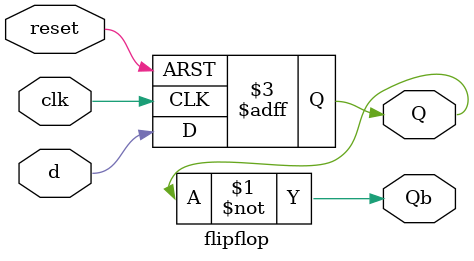
<source format=sv>
module flipflop(clk,reset,d,Q,Qb);   //Qb means Q'
  input  clk;
  input  reset;
  input  d;
  output  Q;
  output Qb;
  reg Q;
  assign Qb=~Q;
  always@(posedge clk or posedge reset)
    begin
      if(reset)begin
        Q<=1'b0;
      end 
      else begin
        Q<=d;
      end
    end
endmodule

        
  
  

</source>
